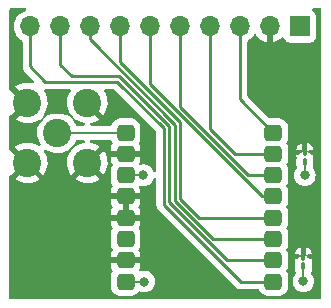
<source format=gbr>
%TF.GenerationSoftware,KiCad,Pcbnew,(6.0.10-0)*%
%TF.CreationDate,2023-02-01T22:05:35-08:00*%
%TF.ProjectId,DRF1268T,44524631-3236-4385-942e-6b696361645f,rev?*%
%TF.SameCoordinates,Original*%
%TF.FileFunction,Copper,L1,Top*%
%TF.FilePolarity,Positive*%
%FSLAX46Y46*%
G04 Gerber Fmt 4.6, Leading zero omitted, Abs format (unit mm)*
G04 Created by KiCad (PCBNEW (6.0.10-0)) date 2023-02-01 22:05:35*
%MOMM*%
%LPD*%
G01*
G04 APERTURE LIST*
G04 Aperture macros list*
%AMRoundRect*
0 Rectangle with rounded corners*
0 $1 Rounding radius*
0 $2 $3 $4 $5 $6 $7 $8 $9 X,Y pos of 4 corners*
0 Add a 4 corners polygon primitive as box body*
4,1,4,$2,$3,$4,$5,$6,$7,$8,$9,$2,$3,0*
0 Add four circle primitives for the rounded corners*
1,1,$1+$1,$2,$3*
1,1,$1+$1,$4,$5*
1,1,$1+$1,$6,$7*
1,1,$1+$1,$8,$9*
0 Add four rect primitives between the rounded corners*
20,1,$1+$1,$2,$3,$4,$5,0*
20,1,$1+$1,$4,$5,$6,$7,0*
20,1,$1+$1,$6,$7,$8,$9,0*
20,1,$1+$1,$8,$9,$2,$3,0*%
G04 Aperture macros list end*
%TA.AperFunction,SMDPad,CuDef*%
%ADD10RoundRect,0.100000X0.100000X-0.217500X0.100000X0.217500X-0.100000X0.217500X-0.100000X-0.217500X0*%
%TD*%
%TA.AperFunction,ComponentPad*%
%ADD11C,2.400000*%
%TD*%
%TA.AperFunction,ComponentPad*%
%ADD12R,1.700000X1.700000*%
%TD*%
%TA.AperFunction,ComponentPad*%
%ADD13O,1.700000X1.700000*%
%TD*%
%TA.AperFunction,SMDPad,CuDef*%
%ADD14RoundRect,0.350000X-0.395000X-0.350000X0.395000X-0.350000X0.395000X0.350000X-0.395000X0.350000X0*%
%TD*%
%TA.AperFunction,ViaPad*%
%ADD15C,0.400000*%
%TD*%
%TA.AperFunction,ViaPad*%
%ADD16C,0.800000*%
%TD*%
%TA.AperFunction,Conductor*%
%ADD17C,0.200000*%
%TD*%
%TA.AperFunction,Conductor*%
%ADD18C,0.250000*%
%TD*%
G04 APERTURE END LIST*
D10*
%TO.P,C2,1*%
%TO.N,+3.3V*%
X168275000Y-109804750D03*
%TO.P,C2,2*%
%TO.N,GND*%
X168275000Y-108989750D03*
%TD*%
D11*
%TO.P,J1,1*%
%TO.N,Net-(J1-Pad1)*%
X147320000Y-107318000D03*
%TO.P,J1,2*%
%TO.N,GND*%
X149860000Y-104778000D03*
%TO.P,J1,3*%
X144780000Y-104778000D03*
%TO.P,J1,4*%
X144780000Y-109858000D03*
%TO.P,J1,5*%
X149860000Y-109858000D03*
%TD*%
D12*
%TO.P,J2,1,Pin_1*%
%TO.N,+3.3V*%
X167864000Y-98323000D03*
D13*
%TO.P,J2,2,Pin_2*%
%TO.N,GND*%
X165324000Y-98323000D03*
%TO.P,J2,3,Pin_3*%
%TO.N,Net-(R1-Pad16)*%
X162784000Y-98323000D03*
%TO.P,J2,4,Pin_4*%
%TO.N,Net-(R1-Pad15)*%
X160244000Y-98323000D03*
%TO.P,J2,5,Pin_5*%
%TO.N,Net-(R1-Pad14)*%
X157704000Y-98323000D03*
%TO.P,J2,6,Pin_6*%
%TO.N,Net-(R1-Pad13)*%
X155164000Y-98323000D03*
%TO.P,J2,7,Pin_7*%
%TO.N,Net-(R1-Pad12)*%
X152624000Y-98323000D03*
%TO.P,J2,8,Pin_8*%
%TO.N,Net-(R1-Pad11)*%
X150084000Y-98323000D03*
%TO.P,J2,9,Pin_9*%
%TO.N,Net-(R1-Pad10)*%
X147544000Y-98323000D03*
%TO.P,J2,10,Pin_10*%
%TO.N,Net-(R1-Pad9)*%
X145004000Y-98323000D03*
%TD*%
D10*
%TO.P,C1,1*%
%TO.N,+3.3V*%
X168148000Y-118644500D03*
%TO.P,C1,2*%
%TO.N,GND*%
X168148000Y-117829500D03*
%TD*%
D14*
%TO.P,R1,1,ANT*%
%TO.N,Net-(J1-Pad1)*%
X153098000Y-107318000D03*
%TO.P,R1,2,GND*%
%TO.N,GND*%
X153098000Y-109118000D03*
%TO.P,R1,3,SW*%
%TO.N,+3.3V*%
X153098000Y-110918000D03*
%TO.P,R1,4,GND*%
%TO.N,GND*%
X153098000Y-112718000D03*
%TO.P,R1,5,GND*%
X153098000Y-114518000D03*
%TO.P,R1,6,NC*%
%TO.N,unconnected-(R1-Pad6)*%
X153098000Y-116318000D03*
%TO.P,R1,7,GND*%
%TO.N,GND*%
X153098000Y-118118000D03*
%TO.P,R1,8,VDD*%
%TO.N,+3.3V*%
X153098000Y-119918000D03*
%TO.P,R1,9,DIO2*%
%TO.N,Net-(R1-Pad9)*%
X165608000Y-119918000D03*
%TO.P,R1,10,DIO1*%
%TO.N,Net-(R1-Pad10)*%
X165608000Y-118118000D03*
%TO.P,R1,11,BUSY*%
%TO.N,Net-(R1-Pad11)*%
X165608000Y-116318000D03*
%TO.P,R1,12,RST*%
%TO.N,Net-(R1-Pad12)*%
X165608000Y-114518000D03*
%TO.P,R1,13,MISO*%
%TO.N,Net-(R1-Pad13)*%
X165608000Y-112718000D03*
%TO.P,R1,14,MOSI*%
%TO.N,Net-(R1-Pad14)*%
X165608000Y-110918000D03*
%TO.P,R1,15,SCK*%
%TO.N,Net-(R1-Pad15)*%
X165608000Y-109118000D03*
%TO.P,R1,16,NSS*%
%TO.N,Net-(R1-Pad16)*%
X165608000Y-107318000D03*
%TD*%
D15*
%TO.N,GND*%
X149098000Y-106553000D03*
X149098000Y-108077000D03*
D16*
%TO.N,+3.3V*%
X168148000Y-119888000D03*
X154686000Y-119918000D03*
X154606000Y-110918000D03*
X168275000Y-110918000D03*
D15*
%TO.N,GND*%
X145542000Y-106553000D03*
X148082000Y-105664000D03*
X148082000Y-109093000D03*
X146558000Y-105664000D03*
X146558000Y-109093000D03*
X145542000Y-108077000D03*
%TD*%
D17*
%TO.N,GND*%
X148082000Y-105664000D02*
X148209000Y-105664000D01*
X148209000Y-105664000D02*
X149098000Y-106553000D01*
X148082000Y-109093000D02*
X149098000Y-108077000D01*
X146558000Y-105664000D02*
X148082000Y-105664000D01*
X145542000Y-106553000D02*
X145669000Y-106553000D01*
X145669000Y-106553000D02*
X146558000Y-105664000D01*
D18*
%TO.N,Net-(R1-Pad16)*%
X165608000Y-107318000D02*
X162784000Y-104494000D01*
X162784000Y-104494000D02*
X162784000Y-98323000D01*
%TO.N,Net-(R1-Pad15)*%
X165608000Y-109118000D02*
X162333792Y-109118000D01*
X162333792Y-109118000D02*
X160244000Y-107028208D01*
X160244000Y-107028208D02*
X160244000Y-98323000D01*
%TO.N,Net-(R1-Pad14)*%
X165608000Y-110918000D02*
X163497396Y-110918000D01*
X163497396Y-110918000D02*
X157704000Y-105124604D01*
X157704000Y-105124604D02*
X157704000Y-98323000D01*
%TO.N,Net-(R1-Pad13)*%
X165608000Y-112718000D02*
X164661000Y-112718000D01*
X164661000Y-112718000D02*
X155164000Y-103221000D01*
X155164000Y-103221000D02*
X155164000Y-98323000D01*
%TO.N,Net-(R1-Pad12)*%
X165608000Y-114518000D02*
X159353188Y-114518000D01*
X159353188Y-114518000D02*
X157745000Y-112909812D01*
X157745000Y-112909812D02*
X157745000Y-106438396D01*
X157745000Y-106438396D02*
X152624000Y-101317396D01*
X152624000Y-101317396D02*
X152624000Y-98323000D01*
%TO.N,Net-(R1-Pad11)*%
X150084000Y-99413792D02*
X150084000Y-98323000D01*
%TO.N,Net-(R1-Pad10)*%
X165608000Y-118118000D02*
X161680396Y-118118000D01*
X161680396Y-118118000D02*
X156787000Y-113224604D01*
X156787000Y-113224604D02*
X156787000Y-106753188D01*
X156787000Y-106753188D02*
X152580812Y-102547000D01*
X148521000Y-102547000D02*
X147544000Y-101570000D01*
X147544000Y-101570000D02*
X147544000Y-98323000D01*
X152580812Y-102547000D02*
X148521000Y-102547000D01*
%TO.N,Net-(R1-Pad9)*%
X165608000Y-119918000D02*
X162844000Y-119918000D01*
X156337000Y-106939584D02*
X152394416Y-102997000D01*
X162844000Y-119918000D02*
X156337000Y-113411000D01*
X156337000Y-113411000D02*
X156337000Y-106939584D01*
X145004000Y-101697000D02*
X145004000Y-98323000D01*
X152394416Y-102997000D02*
X146304000Y-102997000D01*
X146304000Y-102997000D02*
X145004000Y-101697000D01*
D17*
%TO.N,+3.3V*%
X168275000Y-109804750D02*
X168275000Y-110921250D01*
X153098000Y-110918000D02*
X154606000Y-110918000D01*
X168148000Y-118644500D02*
X168148000Y-119761000D01*
X153098000Y-119918000D02*
X154686000Y-119918000D01*
%TO.N,Net-(J1-Pad1)*%
X153098000Y-107318000D02*
X147320000Y-107318000D01*
D18*
%TO.N,Net-(R1-Pad11)*%
X165608000Y-116318000D02*
X160516792Y-116318000D01*
X157295000Y-106624792D02*
X150084000Y-99413792D01*
X160516792Y-116318000D02*
X157295000Y-113096208D01*
X157295000Y-113096208D02*
X157295000Y-106624792D01*
%TD*%
%TA.AperFunction,Conductor*%
%TO.N,GND*%
G36*
X144645750Y-96794502D02*
G01*
X144692243Y-96848158D01*
X144702347Y-96918432D01*
X144672853Y-96983012D01*
X144616774Y-97020265D01*
X144475756Y-97066357D01*
X144277607Y-97169507D01*
X144273474Y-97172610D01*
X144273471Y-97172612D01*
X144190771Y-97234705D01*
X144098965Y-97303635D01*
X143944629Y-97465138D01*
X143818743Y-97649680D01*
X143724688Y-97852305D01*
X143664989Y-98067570D01*
X143641251Y-98289695D01*
X143654110Y-98512715D01*
X143655247Y-98517761D01*
X143655248Y-98517767D01*
X143676275Y-98611069D01*
X143703222Y-98730639D01*
X143787266Y-98937616D01*
X143838942Y-99021944D01*
X143901291Y-99123688D01*
X143903987Y-99128088D01*
X144050250Y-99296938D01*
X144222126Y-99439632D01*
X144226593Y-99442242D01*
X144308070Y-99489853D01*
X144356794Y-99541491D01*
X144370500Y-99598641D01*
X144370500Y-101618233D01*
X144369973Y-101629416D01*
X144368298Y-101636909D01*
X144368547Y-101644835D01*
X144368547Y-101644836D01*
X144370438Y-101704986D01*
X144370500Y-101708945D01*
X144370500Y-101736856D01*
X144370997Y-101740790D01*
X144370997Y-101740791D01*
X144371005Y-101740856D01*
X144371938Y-101752693D01*
X144373327Y-101796889D01*
X144378978Y-101816339D01*
X144382987Y-101835700D01*
X144385526Y-101855797D01*
X144388445Y-101863168D01*
X144388445Y-101863170D01*
X144401804Y-101896912D01*
X144405649Y-101908142D01*
X144407173Y-101913387D01*
X144417982Y-101950593D01*
X144422015Y-101957412D01*
X144422017Y-101957417D01*
X144428293Y-101968028D01*
X144436988Y-101985776D01*
X144444448Y-102004617D01*
X144449110Y-102011033D01*
X144449110Y-102011034D01*
X144470436Y-102040387D01*
X144476952Y-102050307D01*
X144499458Y-102088362D01*
X144513779Y-102102683D01*
X144526619Y-102117716D01*
X144538528Y-102134107D01*
X144555949Y-102148519D01*
X144572605Y-102162298D01*
X144581384Y-102170288D01*
X145317916Y-102906820D01*
X145351942Y-102969132D01*
X145346877Y-103039947D01*
X145304330Y-103096783D01*
X145237810Y-103121594D01*
X145190407Y-103115916D01*
X145184296Y-103113960D01*
X145175238Y-103111785D01*
X144933891Y-103072480D01*
X144924602Y-103071668D01*
X144680114Y-103068467D01*
X144670803Y-103069037D01*
X144428522Y-103102010D01*
X144419403Y-103103948D01*
X144184668Y-103172367D01*
X144175915Y-103175639D01*
X143953869Y-103278004D01*
X143945714Y-103282524D01*
X143778468Y-103392175D01*
X143769330Y-103402917D01*
X143773903Y-103412693D01*
X145050115Y-104688905D01*
X145084141Y-104751217D01*
X145079076Y-104822032D01*
X145050115Y-104867095D01*
X143778044Y-106139166D01*
X143771386Y-106151359D01*
X143780099Y-106162879D01*
X143868586Y-106227760D01*
X143876505Y-106232708D01*
X144092877Y-106346547D01*
X144101451Y-106350275D01*
X144332282Y-106430885D01*
X144341291Y-106433299D01*
X144581518Y-106478908D01*
X144590775Y-106479962D01*
X144835107Y-106489563D01*
X144844420Y-106489237D01*
X145087478Y-106462618D01*
X145096655Y-106460917D01*
X145333107Y-106398665D01*
X145341926Y-106395628D01*
X145566584Y-106299107D01*
X145574856Y-106294800D01*
X145717034Y-106206818D01*
X145785486Y-106187980D01*
X145853256Y-106209141D01*
X145898827Y-106263582D01*
X145907731Y-106334018D01*
X145891056Y-106379326D01*
X145793447Y-106540182D01*
X145791638Y-106544496D01*
X145791637Y-106544498D01*
X145729933Y-106691647D01*
X145695246Y-106774365D01*
X145632738Y-107020490D01*
X145607296Y-107273151D01*
X145619480Y-107526798D01*
X145669021Y-107775857D01*
X145670600Y-107780255D01*
X145670602Y-107780262D01*
X145734978Y-107959564D01*
X145754831Y-108014858D01*
X145757048Y-108018984D01*
X145863983Y-108218000D01*
X145875025Y-108238551D01*
X145877821Y-108242296D01*
X145880336Y-108246243D01*
X145879277Y-108246918D01*
X145902033Y-108308144D01*
X145886862Y-108377501D01*
X145836602Y-108427646D01*
X145767211Y-108442658D01*
X145704525Y-108420517D01*
X145653148Y-108384876D01*
X145645115Y-108380144D01*
X145425810Y-108271995D01*
X145417177Y-108268507D01*
X145184288Y-108193958D01*
X145175238Y-108191785D01*
X144933891Y-108152480D01*
X144924602Y-108151668D01*
X144680114Y-108148467D01*
X144670803Y-108149037D01*
X144428522Y-108182010D01*
X144419403Y-108183948D01*
X144184668Y-108252367D01*
X144175915Y-108255639D01*
X143953869Y-108358004D01*
X143945714Y-108362524D01*
X143778468Y-108472175D01*
X143769330Y-108482917D01*
X143773903Y-108492693D01*
X146143732Y-110862522D01*
X146156112Y-110869282D01*
X146164453Y-110863038D01*
X146282700Y-110679202D01*
X146287147Y-110671011D01*
X146387572Y-110448076D01*
X146390767Y-110439298D01*
X146457135Y-110203973D01*
X146458993Y-110194844D01*
X146490044Y-109950770D01*
X146490525Y-109944483D01*
X146492706Y-109861160D01*
X146492555Y-109854851D01*
X146474321Y-109609486D01*
X146472944Y-109600280D01*
X146418979Y-109361786D01*
X146416255Y-109352875D01*
X146327633Y-109124983D01*
X146323619Y-109116567D01*
X146213906Y-108924611D01*
X146197469Y-108855543D01*
X146220982Y-108788553D01*
X146276980Y-108744910D01*
X146347684Y-108738469D01*
X146397802Y-108760474D01*
X146412094Y-108770953D01*
X146416229Y-108773129D01*
X146416233Y-108773131D01*
X146528406Y-108832148D01*
X146636827Y-108889191D01*
X146876568Y-108972912D01*
X147126050Y-109020278D01*
X147246532Y-109025011D01*
X147375125Y-109030064D01*
X147375130Y-109030064D01*
X147379793Y-109030247D01*
X147478774Y-109019407D01*
X147627569Y-109003112D01*
X147627575Y-109003111D01*
X147632222Y-109002602D01*
X147648707Y-108998262D01*
X147873273Y-108939138D01*
X147877793Y-108937948D01*
X148025748Y-108874382D01*
X148106807Y-108839557D01*
X148106810Y-108839555D01*
X148111110Y-108837708D01*
X148257401Y-108747181D01*
X148325851Y-108728344D01*
X148393621Y-108749505D01*
X148439192Y-108803946D01*
X148448095Y-108874382D01*
X148431421Y-108919692D01*
X148336319Y-109076415D01*
X148332084Y-109084726D01*
X148237529Y-109310214D01*
X148234572Y-109319052D01*
X148174384Y-109556042D01*
X148172763Y-109565232D01*
X148148267Y-109808510D01*
X148148022Y-109817835D01*
X148159754Y-110062064D01*
X148160891Y-110071324D01*
X148208593Y-110311143D01*
X148211082Y-110320118D01*
X148293708Y-110550250D01*
X148297505Y-110558778D01*
X148413234Y-110774160D01*
X148418245Y-110782027D01*
X148475173Y-110858263D01*
X148486431Y-110866712D01*
X148498850Y-110859940D01*
X149499658Y-109859132D01*
X150224408Y-109859132D01*
X150224539Y-109860965D01*
X150228790Y-109867580D01*
X151223732Y-110862522D01*
X151236112Y-110869282D01*
X151244453Y-110863038D01*
X151362700Y-110679202D01*
X151367147Y-110671011D01*
X151467572Y-110448076D01*
X151470767Y-110439298D01*
X151537135Y-110203973D01*
X151538993Y-110194844D01*
X151570044Y-109950770D01*
X151570525Y-109944483D01*
X151572706Y-109861160D01*
X151572555Y-109854851D01*
X151554321Y-109609486D01*
X151552944Y-109600280D01*
X151498979Y-109361786D01*
X151496255Y-109352875D01*
X151407633Y-109124983D01*
X151403619Y-109116567D01*
X151282284Y-108904276D01*
X151277074Y-108896553D01*
X151245787Y-108856865D01*
X151233863Y-108848395D01*
X151222328Y-108854882D01*
X150232022Y-109845188D01*
X150224408Y-109859132D01*
X149499658Y-109859132D01*
X150862488Y-108496302D01*
X150868872Y-108484612D01*
X150859460Y-108472502D01*
X150733144Y-108384873D01*
X150725116Y-108380145D01*
X150505810Y-108271995D01*
X150497177Y-108268507D01*
X150264288Y-108193958D01*
X150255238Y-108191785D01*
X150163605Y-108176862D01*
X150099585Y-108146170D01*
X150062321Y-108085739D01*
X150063645Y-108014755D01*
X150103135Y-107955754D01*
X150168254Y-107927470D01*
X150183858Y-107926500D01*
X151794729Y-107926500D01*
X151862850Y-107946502D01*
X151907589Y-107996476D01*
X151975490Y-108133262D01*
X151979763Y-108138577D01*
X151979764Y-108138578D01*
X151980462Y-108139446D01*
X151980722Y-108140076D01*
X151983442Y-108144329D01*
X151982680Y-108144817D01*
X152007559Y-108205068D01*
X151994876Y-108274922D01*
X151980464Y-108297350D01*
X151980188Y-108297694D01*
X151972881Y-108309119D01*
X151896058Y-108463877D01*
X151891374Y-108476609D01*
X151849272Y-108645472D01*
X151847548Y-108656418D01*
X151845146Y-108691643D01*
X151845000Y-108695939D01*
X151845000Y-108845885D01*
X151849475Y-108861124D01*
X151850865Y-108862329D01*
X151858548Y-108864000D01*
X154332885Y-108864000D01*
X154348124Y-108859525D01*
X154349329Y-108858135D01*
X154351000Y-108850452D01*
X154351000Y-108695939D01*
X154350854Y-108691643D01*
X154348452Y-108656418D01*
X154346728Y-108645472D01*
X154304626Y-108476609D01*
X154299942Y-108463877D01*
X154223119Y-108309119D01*
X154215812Y-108297694D01*
X154215536Y-108297350D01*
X154215433Y-108297101D01*
X154212134Y-108291942D01*
X154213059Y-108291351D01*
X154188441Y-108231727D01*
X154201125Y-108161872D01*
X154215538Y-108139446D01*
X154216236Y-108138578D01*
X154216237Y-108138577D01*
X154220510Y-108133262D01*
X154277238Y-108018984D01*
X154300414Y-107972297D01*
X154300415Y-107972293D01*
X154303447Y-107966186D01*
X154348572Y-107785199D01*
X154351500Y-107742250D01*
X154351500Y-106893750D01*
X154348572Y-106850801D01*
X154303447Y-106669814D01*
X154300415Y-106663707D01*
X154300414Y-106663703D01*
X154223543Y-106508847D01*
X154223541Y-106508844D01*
X154220510Y-106502738D01*
X154103631Y-106357369D01*
X154031167Y-106299107D01*
X153963578Y-106244764D01*
X153963577Y-106244763D01*
X153958262Y-106240490D01*
X153952156Y-106237459D01*
X153952153Y-106237457D01*
X153797297Y-106160586D01*
X153797293Y-106160585D01*
X153791186Y-106157553D01*
X153610199Y-106112428D01*
X153588941Y-106110979D01*
X153569397Y-106109646D01*
X153569386Y-106109646D01*
X153567250Y-106109500D01*
X152628750Y-106109500D01*
X152626614Y-106109646D01*
X152626603Y-106109646D01*
X152607059Y-106110979D01*
X152585801Y-106112428D01*
X152404814Y-106157553D01*
X152398707Y-106160585D01*
X152398703Y-106160586D01*
X152243847Y-106237457D01*
X152243844Y-106237459D01*
X152237738Y-106240490D01*
X152232423Y-106244763D01*
X152232422Y-106244764D01*
X152164833Y-106299107D01*
X152092369Y-106357369D01*
X151975490Y-106502738D01*
X151972459Y-106508844D01*
X151972457Y-106508847D01*
X151907589Y-106639524D01*
X151859384Y-106691647D01*
X151794729Y-106709500D01*
X150205943Y-106709500D01*
X150137822Y-106689498D01*
X150091329Y-106635842D01*
X150081225Y-106565568D01*
X150110719Y-106500988D01*
X150173863Y-106461652D01*
X150413107Y-106398665D01*
X150421926Y-106395628D01*
X150646584Y-106299107D01*
X150654856Y-106294800D01*
X150862777Y-106166135D01*
X150864620Y-106164796D01*
X150872038Y-106153541D01*
X150865974Y-106143184D01*
X149589885Y-104867095D01*
X149555859Y-104804783D01*
X149560924Y-104733968D01*
X149589885Y-104688905D01*
X149770905Y-104507885D01*
X149833217Y-104473859D01*
X149904032Y-104478924D01*
X149949095Y-104507885D01*
X151223732Y-105782522D01*
X151236112Y-105789282D01*
X151244453Y-105783038D01*
X151362700Y-105599202D01*
X151367147Y-105591011D01*
X151467572Y-105368076D01*
X151470767Y-105359298D01*
X151537135Y-105123973D01*
X151538993Y-105114844D01*
X151570044Y-104870770D01*
X151570525Y-104864483D01*
X151572706Y-104781160D01*
X151572555Y-104774851D01*
X151554321Y-104529486D01*
X151552944Y-104520280D01*
X151498979Y-104281786D01*
X151496255Y-104272875D01*
X151407633Y-104044983D01*
X151403619Y-104036567D01*
X151279966Y-103820221D01*
X151281641Y-103819264D01*
X151262582Y-103759271D01*
X151281082Y-103690727D01*
X151333702Y-103643065D01*
X151388552Y-103630500D01*
X152079822Y-103630500D01*
X152147943Y-103650502D01*
X152168917Y-103667405D01*
X155666595Y-107165084D01*
X155700621Y-107227396D01*
X155703500Y-107254179D01*
X155703500Y-110560259D01*
X155683498Y-110628380D01*
X155629842Y-110674873D01*
X155559568Y-110684977D01*
X155494988Y-110655483D01*
X155457667Y-110599195D01*
X155445016Y-110560259D01*
X155440527Y-110546444D01*
X155345040Y-110381056D01*
X155340616Y-110376142D01*
X155221675Y-110244045D01*
X155221674Y-110244044D01*
X155217253Y-110239134D01*
X155062752Y-110126882D01*
X155056724Y-110124198D01*
X155056722Y-110124197D01*
X154894319Y-110051891D01*
X154894318Y-110051891D01*
X154888288Y-110049206D01*
X154788268Y-110027946D01*
X154707944Y-110010872D01*
X154707939Y-110010872D01*
X154701487Y-110009500D01*
X154510513Y-110009500D01*
X154504061Y-110010872D01*
X154504056Y-110010872D01*
X154398316Y-110033348D01*
X154327525Y-110027946D01*
X154270892Y-109985129D01*
X154246399Y-109918491D01*
X154259260Y-109854076D01*
X154299940Y-109772127D01*
X154304626Y-109759391D01*
X154346728Y-109590528D01*
X154348452Y-109579582D01*
X154350854Y-109544357D01*
X154351000Y-109540062D01*
X154351000Y-109390115D01*
X154346525Y-109374876D01*
X154345135Y-109373671D01*
X154337452Y-109372000D01*
X151863115Y-109372000D01*
X151847876Y-109376475D01*
X151846671Y-109377865D01*
X151845000Y-109385548D01*
X151845000Y-109540062D01*
X151845146Y-109544357D01*
X151847548Y-109579582D01*
X151849272Y-109590528D01*
X151891374Y-109759391D01*
X151896058Y-109772123D01*
X151972881Y-109926881D01*
X151980188Y-109938306D01*
X151980464Y-109938650D01*
X151980567Y-109938899D01*
X151983866Y-109944058D01*
X151982941Y-109944649D01*
X152007559Y-110004273D01*
X151994875Y-110074128D01*
X151980462Y-110096554D01*
X151975490Y-110102738D01*
X151972459Y-110108844D01*
X151972457Y-110108847D01*
X151895586Y-110263703D01*
X151895585Y-110263707D01*
X151892553Y-110269814D01*
X151847428Y-110450801D01*
X151844500Y-110493750D01*
X151844500Y-111342250D01*
X151847428Y-111385199D01*
X151892553Y-111566186D01*
X151895585Y-111572293D01*
X151895586Y-111572297D01*
X151972457Y-111727153D01*
X151975490Y-111733262D01*
X151979763Y-111738577D01*
X151979764Y-111738578D01*
X151980462Y-111739446D01*
X151980722Y-111740076D01*
X151983442Y-111744329D01*
X151982680Y-111744817D01*
X152007559Y-111805068D01*
X151994876Y-111874922D01*
X151980464Y-111897350D01*
X151980188Y-111897694D01*
X151972881Y-111909119D01*
X151896058Y-112063877D01*
X151891374Y-112076609D01*
X151849272Y-112245472D01*
X151847548Y-112256418D01*
X151845146Y-112291643D01*
X151845000Y-112295939D01*
X151845000Y-112445885D01*
X151849475Y-112461124D01*
X151850865Y-112462329D01*
X151858548Y-112464000D01*
X154332885Y-112464000D01*
X154348124Y-112459525D01*
X154349329Y-112458135D01*
X154351000Y-112450452D01*
X154351000Y-112295939D01*
X154350854Y-112291643D01*
X154348452Y-112256418D01*
X154346728Y-112245472D01*
X154304626Y-112076609D01*
X154299940Y-112063873D01*
X154259260Y-111981924D01*
X154246886Y-111912014D01*
X154274274Y-111846512D01*
X154332726Y-111806215D01*
X154398316Y-111802652D01*
X154504056Y-111825128D01*
X154504061Y-111825128D01*
X154510513Y-111826500D01*
X154701487Y-111826500D01*
X154707939Y-111825128D01*
X154707944Y-111825128D01*
X154813682Y-111802652D01*
X154888288Y-111786794D01*
X154945158Y-111761474D01*
X155056722Y-111711803D01*
X155056724Y-111711802D01*
X155062752Y-111709118D01*
X155217253Y-111596866D01*
X155247922Y-111562805D01*
X155340621Y-111459852D01*
X155340622Y-111459851D01*
X155345040Y-111454944D01*
X155440527Y-111289556D01*
X155457667Y-111236805D01*
X155497741Y-111178199D01*
X155563137Y-111150562D01*
X155633094Y-111162669D01*
X155685400Y-111210675D01*
X155703500Y-111275741D01*
X155703500Y-113332233D01*
X155702973Y-113343416D01*
X155701298Y-113350909D01*
X155701547Y-113358835D01*
X155701547Y-113358836D01*
X155703438Y-113418986D01*
X155703500Y-113422945D01*
X155703500Y-113450856D01*
X155703997Y-113454790D01*
X155703997Y-113454791D01*
X155704005Y-113454856D01*
X155704938Y-113466693D01*
X155706327Y-113510889D01*
X155710973Y-113526881D01*
X155711978Y-113530339D01*
X155715987Y-113549700D01*
X155717475Y-113561474D01*
X155718526Y-113569797D01*
X155721445Y-113577168D01*
X155721445Y-113577170D01*
X155734804Y-113610912D01*
X155738649Y-113622142D01*
X155750982Y-113664593D01*
X155755015Y-113671412D01*
X155755017Y-113671417D01*
X155761293Y-113682028D01*
X155769988Y-113699776D01*
X155777448Y-113718617D01*
X155782110Y-113725033D01*
X155782110Y-113725034D01*
X155803436Y-113754387D01*
X155809952Y-113764307D01*
X155832458Y-113802362D01*
X155846779Y-113816683D01*
X155859619Y-113831716D01*
X155871528Y-113848107D01*
X155890591Y-113863877D01*
X155905605Y-113876298D01*
X155914384Y-113884288D01*
X162340343Y-120310247D01*
X162347887Y-120318537D01*
X162352000Y-120325018D01*
X162357777Y-120330443D01*
X162401667Y-120371658D01*
X162404509Y-120374413D01*
X162424231Y-120394135D01*
X162427355Y-120396558D01*
X162427359Y-120396562D01*
X162427424Y-120396612D01*
X162436445Y-120404317D01*
X162468679Y-120434586D01*
X162475627Y-120438405D01*
X162475629Y-120438407D01*
X162486432Y-120444346D01*
X162502959Y-120455202D01*
X162512698Y-120462757D01*
X162512700Y-120462758D01*
X162518960Y-120467614D01*
X162559540Y-120485174D01*
X162570188Y-120490391D01*
X162608940Y-120511695D01*
X162616616Y-120513666D01*
X162616619Y-120513667D01*
X162628562Y-120516733D01*
X162647267Y-120523137D01*
X162665855Y-120531181D01*
X162673678Y-120532420D01*
X162673688Y-120532423D01*
X162709524Y-120538099D01*
X162721144Y-120540505D01*
X162756289Y-120549528D01*
X162763970Y-120551500D01*
X162784224Y-120551500D01*
X162803934Y-120553051D01*
X162823943Y-120556220D01*
X162831835Y-120555474D01*
X162867961Y-120552059D01*
X162879819Y-120551500D01*
X164317139Y-120551500D01*
X164385260Y-120571502D01*
X164429999Y-120621476D01*
X164474838Y-120711803D01*
X164485490Y-120733262D01*
X164489763Y-120738577D01*
X164489764Y-120738578D01*
X164529634Y-120788166D01*
X164602369Y-120878631D01*
X164747738Y-120995510D01*
X164753844Y-120998541D01*
X164753847Y-120998543D01*
X164908703Y-121075414D01*
X164908707Y-121075415D01*
X164914814Y-121078447D01*
X165095801Y-121123572D01*
X165117059Y-121125021D01*
X165136603Y-121126354D01*
X165136614Y-121126354D01*
X165138750Y-121126500D01*
X166077250Y-121126500D01*
X166079386Y-121126354D01*
X166079397Y-121126354D01*
X166098941Y-121125021D01*
X166120199Y-121123572D01*
X166301186Y-121078447D01*
X166307293Y-121075415D01*
X166307297Y-121075414D01*
X166462153Y-120998543D01*
X166462156Y-120998541D01*
X166468262Y-120995510D01*
X166613631Y-120878631D01*
X166686366Y-120788166D01*
X166726236Y-120738578D01*
X166726237Y-120738577D01*
X166730510Y-120733262D01*
X166733543Y-120727153D01*
X166810414Y-120572297D01*
X166810415Y-120572293D01*
X166813447Y-120566186D01*
X166858572Y-120385199D01*
X166861500Y-120342250D01*
X166861500Y-119888000D01*
X167234496Y-119888000D01*
X167254458Y-120077928D01*
X167313473Y-120259556D01*
X167316776Y-120265278D01*
X167316777Y-120265279D01*
X167346347Y-120316495D01*
X167408960Y-120424944D01*
X167413378Y-120429851D01*
X167413379Y-120429852D01*
X167527161Y-120556220D01*
X167536747Y-120566866D01*
X167691248Y-120679118D01*
X167697276Y-120681802D01*
X167697278Y-120681803D01*
X167855135Y-120752085D01*
X167865712Y-120756794D01*
X167959113Y-120776647D01*
X168046056Y-120795128D01*
X168046061Y-120795128D01*
X168052513Y-120796500D01*
X168243487Y-120796500D01*
X168249939Y-120795128D01*
X168249944Y-120795128D01*
X168336887Y-120776647D01*
X168430288Y-120756794D01*
X168440865Y-120752085D01*
X168598722Y-120681803D01*
X168598724Y-120681802D01*
X168604752Y-120679118D01*
X168759253Y-120566866D01*
X168768839Y-120556220D01*
X168882621Y-120429852D01*
X168882622Y-120429851D01*
X168887040Y-120424944D01*
X168949653Y-120316495D01*
X168979223Y-120265279D01*
X168979224Y-120265278D01*
X168982527Y-120259556D01*
X169041542Y-120077928D01*
X169061504Y-119888000D01*
X169041542Y-119698072D01*
X168982527Y-119516444D01*
X168887040Y-119351056D01*
X168814910Y-119270947D01*
X168784194Y-119206942D01*
X168792138Y-119138421D01*
X168840838Y-119020850D01*
X168856500Y-118901885D01*
X168856499Y-118387116D01*
X168840838Y-118268150D01*
X168839852Y-118265770D01*
X168839852Y-118203410D01*
X168841429Y-118197526D01*
X168855462Y-118090934D01*
X168856000Y-118082725D01*
X168856000Y-118047615D01*
X168851525Y-118032376D01*
X168850135Y-118031171D01*
X168842452Y-118029500D01*
X168769140Y-118029500D01*
X168701019Y-118009498D01*
X168684294Y-117996019D01*
X168681987Y-117993013D01*
X168554875Y-117895476D01*
X168497979Y-117871909D01*
X168442698Y-117827361D01*
X168420277Y-117759997D01*
X168437835Y-117691206D01*
X168489797Y-117642828D01*
X168546197Y-117629500D01*
X168837884Y-117629500D01*
X168853123Y-117625025D01*
X168854328Y-117623635D01*
X168855999Y-117615952D01*
X168855999Y-117576277D01*
X168855461Y-117568065D01*
X168841428Y-117461467D01*
X168837190Y-117445652D01*
X168782247Y-117313007D01*
X168774059Y-117298824D01*
X168686656Y-117184920D01*
X168675080Y-117173344D01*
X168561176Y-117085941D01*
X168546993Y-117077753D01*
X168414351Y-117022811D01*
X168398531Y-117018572D01*
X168365960Y-117014284D01*
X168351778Y-117016495D01*
X168348000Y-117029652D01*
X168348000Y-117611386D01*
X168361394Y-117657003D01*
X168361394Y-117727999D01*
X168323010Y-117787725D01*
X168258429Y-117817218D01*
X168240499Y-117818500D01*
X168144795Y-117818501D01*
X168053378Y-117818501D01*
X167985258Y-117798499D01*
X167938765Y-117744844D01*
X167928660Y-117674570D01*
X167941242Y-117647019D01*
X167948000Y-117615952D01*
X167948000Y-117030035D01*
X167943956Y-117016264D01*
X167930417Y-117014235D01*
X167897467Y-117018572D01*
X167881652Y-117022810D01*
X167749007Y-117077753D01*
X167734824Y-117085941D01*
X167620920Y-117173344D01*
X167609344Y-117184920D01*
X167521941Y-117298824D01*
X167513753Y-117313007D01*
X167458810Y-117445650D01*
X167454572Y-117461468D01*
X167440538Y-117568066D01*
X167440000Y-117576275D01*
X167440000Y-117611385D01*
X167444475Y-117626624D01*
X167445865Y-117627829D01*
X167453548Y-117629500D01*
X167749802Y-117629500D01*
X167817923Y-117649502D01*
X167864416Y-117703158D01*
X167874520Y-117773432D01*
X167845026Y-117838012D01*
X167798020Y-117871909D01*
X167748752Y-117892316D01*
X167748750Y-117892317D01*
X167741124Y-117895476D01*
X167614013Y-117993013D01*
X167613165Y-117994118D01*
X167553642Y-118026621D01*
X167526859Y-118029500D01*
X167458116Y-118029500D01*
X167442877Y-118033975D01*
X167441672Y-118035365D01*
X167440001Y-118043048D01*
X167440001Y-118082723D01*
X167440539Y-118090935D01*
X167454571Y-118197525D01*
X167456148Y-118203409D01*
X167456148Y-118265770D01*
X167455162Y-118268150D01*
X167439500Y-118387115D01*
X167439501Y-118901884D01*
X167440039Y-118905969D01*
X167440039Y-118905973D01*
X167452980Y-119004273D01*
X167455162Y-119020850D01*
X167477230Y-119074128D01*
X167503861Y-119138421D01*
X167511450Y-119209011D01*
X167481089Y-119270948D01*
X167408960Y-119351056D01*
X167313473Y-119516444D01*
X167254458Y-119698072D01*
X167234496Y-119888000D01*
X166861500Y-119888000D01*
X166861500Y-119493750D01*
X166858572Y-119450801D01*
X166813447Y-119269814D01*
X166810415Y-119263707D01*
X166810414Y-119263703D01*
X166733543Y-119108847D01*
X166733541Y-119108844D01*
X166730510Y-119102738D01*
X166726236Y-119097422D01*
X166726233Y-119097417D01*
X166725858Y-119096951D01*
X166725718Y-119096613D01*
X166722558Y-119091671D01*
X166723444Y-119091104D01*
X166698762Y-119031329D01*
X166711446Y-118961474D01*
X166725858Y-118939049D01*
X166726233Y-118938583D01*
X166726238Y-118938576D01*
X166730510Y-118933262D01*
X166733678Y-118926881D01*
X166810414Y-118772297D01*
X166810415Y-118772293D01*
X166813447Y-118766186D01*
X166858572Y-118585199D01*
X166861500Y-118542250D01*
X166861500Y-117693750D01*
X166858572Y-117650801D01*
X166813447Y-117469814D01*
X166810415Y-117463707D01*
X166810414Y-117463703D01*
X166733543Y-117308847D01*
X166733541Y-117308844D01*
X166730510Y-117302738D01*
X166726238Y-117297424D01*
X166726233Y-117297417D01*
X166725858Y-117296951D01*
X166725718Y-117296613D01*
X166722558Y-117291671D01*
X166723444Y-117291104D01*
X166698762Y-117231329D01*
X166711446Y-117161474D01*
X166725858Y-117139049D01*
X166726233Y-117138583D01*
X166726238Y-117138576D01*
X166730510Y-117133262D01*
X166733543Y-117127153D01*
X166810414Y-116972297D01*
X166810415Y-116972293D01*
X166813447Y-116966186D01*
X166858572Y-116785199D01*
X166861500Y-116742250D01*
X166861500Y-115893750D01*
X166858572Y-115850801D01*
X166813447Y-115669814D01*
X166810415Y-115663707D01*
X166810414Y-115663703D01*
X166733543Y-115508847D01*
X166733541Y-115508844D01*
X166730510Y-115502738D01*
X166726236Y-115497422D01*
X166726233Y-115497417D01*
X166725858Y-115496951D01*
X166725718Y-115496613D01*
X166722558Y-115491671D01*
X166723444Y-115491104D01*
X166698762Y-115431329D01*
X166711446Y-115361474D01*
X166725858Y-115339049D01*
X166726233Y-115338583D01*
X166726238Y-115338576D01*
X166730510Y-115333262D01*
X166733678Y-115326881D01*
X166810414Y-115172297D01*
X166810415Y-115172293D01*
X166813447Y-115166186D01*
X166858572Y-114985199D01*
X166861500Y-114942250D01*
X166861500Y-114093750D01*
X166858572Y-114050801D01*
X166813447Y-113869814D01*
X166810415Y-113863707D01*
X166810414Y-113863703D01*
X166733543Y-113708847D01*
X166733541Y-113708844D01*
X166730510Y-113702738D01*
X166726238Y-113697424D01*
X166726233Y-113697417D01*
X166725858Y-113696951D01*
X166725718Y-113696613D01*
X166722558Y-113691671D01*
X166723444Y-113691104D01*
X166698762Y-113631329D01*
X166711446Y-113561474D01*
X166725858Y-113539049D01*
X166726233Y-113538583D01*
X166726238Y-113538576D01*
X166730510Y-113533262D01*
X166733678Y-113526881D01*
X166810414Y-113372297D01*
X166810415Y-113372293D01*
X166813447Y-113366186D01*
X166858572Y-113185199D01*
X166861500Y-113142250D01*
X166861500Y-112293750D01*
X166858572Y-112250801D01*
X166813447Y-112069814D01*
X166810415Y-112063707D01*
X166810414Y-112063703D01*
X166733543Y-111908847D01*
X166733541Y-111908844D01*
X166730510Y-111902738D01*
X166726238Y-111897424D01*
X166726233Y-111897417D01*
X166725858Y-111896951D01*
X166725718Y-111896613D01*
X166722558Y-111891671D01*
X166723444Y-111891104D01*
X166698762Y-111831329D01*
X166711446Y-111761474D01*
X166725858Y-111739049D01*
X166726233Y-111738583D01*
X166726238Y-111738576D01*
X166730510Y-111733262D01*
X166733543Y-111727153D01*
X166810414Y-111572297D01*
X166810415Y-111572293D01*
X166813447Y-111566186D01*
X166858572Y-111385199D01*
X166861500Y-111342250D01*
X166861500Y-110918000D01*
X167361496Y-110918000D01*
X167381458Y-111107928D01*
X167440473Y-111289556D01*
X167535960Y-111454944D01*
X167540378Y-111459851D01*
X167540379Y-111459852D01*
X167633078Y-111562805D01*
X167663747Y-111596866D01*
X167818248Y-111709118D01*
X167824276Y-111711802D01*
X167824278Y-111711803D01*
X167935842Y-111761474D01*
X167992712Y-111786794D01*
X168067318Y-111802652D01*
X168173056Y-111825128D01*
X168173061Y-111825128D01*
X168179513Y-111826500D01*
X168370487Y-111826500D01*
X168376939Y-111825128D01*
X168376944Y-111825128D01*
X168482682Y-111802652D01*
X168557288Y-111786794D01*
X168614158Y-111761474D01*
X168725722Y-111711803D01*
X168725724Y-111711802D01*
X168731752Y-111709118D01*
X168886253Y-111596866D01*
X168916922Y-111562805D01*
X169009621Y-111459852D01*
X169009622Y-111459851D01*
X169014040Y-111454944D01*
X169109527Y-111289556D01*
X169168542Y-111107928D01*
X169188504Y-110918000D01*
X169183204Y-110867576D01*
X169169232Y-110734635D01*
X169169232Y-110734633D01*
X169168542Y-110728072D01*
X169109527Y-110546444D01*
X169079104Y-110493750D01*
X169017344Y-110386778D01*
X169017341Y-110386774D01*
X169014040Y-110381056D01*
X169009618Y-110376145D01*
X169009616Y-110376142D01*
X168978864Y-110341988D01*
X168948147Y-110277981D01*
X168956091Y-110209460D01*
X168964678Y-110188730D01*
X168964679Y-110188727D01*
X168967838Y-110181100D01*
X168983500Y-110062135D01*
X168983499Y-109547366D01*
X168982538Y-109540062D01*
X168968917Y-109436595D01*
X168968917Y-109436594D01*
X168967838Y-109428400D01*
X168966852Y-109426020D01*
X168966852Y-109363660D01*
X168968429Y-109357776D01*
X168982462Y-109251184D01*
X168983000Y-109242975D01*
X168983000Y-109207865D01*
X168978525Y-109192626D01*
X168977135Y-109191421D01*
X168969452Y-109189750D01*
X168896140Y-109189750D01*
X168828019Y-109169748D01*
X168811294Y-109156269D01*
X168808987Y-109153263D01*
X168681875Y-109055726D01*
X168624979Y-109032159D01*
X168569698Y-108987611D01*
X168547277Y-108920247D01*
X168564835Y-108851456D01*
X168616797Y-108803078D01*
X168673197Y-108789750D01*
X168964884Y-108789750D01*
X168980123Y-108785275D01*
X168981328Y-108783885D01*
X168982999Y-108776202D01*
X168982999Y-108736527D01*
X168982461Y-108728315D01*
X168968428Y-108621717D01*
X168964190Y-108605902D01*
X168909247Y-108473257D01*
X168901059Y-108459074D01*
X168813656Y-108345170D01*
X168802080Y-108333594D01*
X168688176Y-108246191D01*
X168673993Y-108238003D01*
X168541351Y-108183061D01*
X168525531Y-108178822D01*
X168492960Y-108174534D01*
X168478778Y-108176745D01*
X168475000Y-108189902D01*
X168475000Y-108771636D01*
X168488394Y-108817253D01*
X168488394Y-108888249D01*
X168450010Y-108947975D01*
X168385429Y-108977468D01*
X168367499Y-108978750D01*
X168271795Y-108978751D01*
X168180378Y-108978751D01*
X168112258Y-108958749D01*
X168065765Y-108905094D01*
X168055660Y-108834820D01*
X168068242Y-108807269D01*
X168075000Y-108776202D01*
X168075000Y-108190285D01*
X168070956Y-108176514D01*
X168057417Y-108174485D01*
X168024467Y-108178822D01*
X168008652Y-108183060D01*
X167876007Y-108238003D01*
X167861824Y-108246191D01*
X167747920Y-108333594D01*
X167736344Y-108345170D01*
X167648941Y-108459074D01*
X167640753Y-108473257D01*
X167585810Y-108605900D01*
X167581572Y-108621718D01*
X167567538Y-108728316D01*
X167567000Y-108736525D01*
X167567000Y-108771635D01*
X167571475Y-108786874D01*
X167572865Y-108788079D01*
X167580548Y-108789750D01*
X167876802Y-108789750D01*
X167944923Y-108809752D01*
X167991416Y-108863408D01*
X168001520Y-108933682D01*
X167972026Y-108998262D01*
X167925020Y-109032159D01*
X167875752Y-109052566D01*
X167875750Y-109052567D01*
X167868124Y-109055726D01*
X167861574Y-109060752D01*
X167777868Y-109124983D01*
X167741013Y-109153263D01*
X167740165Y-109154368D01*
X167680642Y-109186871D01*
X167653859Y-109189750D01*
X167585116Y-109189750D01*
X167569877Y-109194225D01*
X167568672Y-109195615D01*
X167567001Y-109203298D01*
X167567001Y-109242973D01*
X167567539Y-109251185D01*
X167581571Y-109357775D01*
X167583148Y-109363659D01*
X167583148Y-109426020D01*
X167582162Y-109428400D01*
X167566500Y-109547365D01*
X167566501Y-110062134D01*
X167567039Y-110066219D01*
X167567039Y-110066223D01*
X167576191Y-110135743D01*
X167582162Y-110181100D01*
X167593910Y-110209463D01*
X167601499Y-110280050D01*
X167571138Y-110341987D01*
X167535960Y-110381056D01*
X167440473Y-110546444D01*
X167381458Y-110728072D01*
X167380768Y-110734633D01*
X167380768Y-110734635D01*
X167366796Y-110867576D01*
X167361496Y-110918000D01*
X166861500Y-110918000D01*
X166861500Y-110493750D01*
X166858572Y-110450801D01*
X166813447Y-110269814D01*
X166810415Y-110263707D01*
X166810414Y-110263703D01*
X166733543Y-110108847D01*
X166733541Y-110108844D01*
X166730510Y-110102738D01*
X166726236Y-110097422D01*
X166726233Y-110097417D01*
X166725858Y-110096951D01*
X166725718Y-110096613D01*
X166722558Y-110091671D01*
X166723444Y-110091104D01*
X166698762Y-110031329D01*
X166711446Y-109961474D01*
X166725858Y-109939049D01*
X166726233Y-109938583D01*
X166726238Y-109938576D01*
X166730510Y-109933262D01*
X166733678Y-109926881D01*
X166810414Y-109772297D01*
X166810415Y-109772293D01*
X166813447Y-109766186D01*
X166858572Y-109585199D01*
X166860870Y-109551489D01*
X166861354Y-109544397D01*
X166861354Y-109544386D01*
X166861500Y-109542250D01*
X166861500Y-108693750D01*
X166858572Y-108650801D01*
X166813447Y-108469814D01*
X166810415Y-108463707D01*
X166810414Y-108463703D01*
X166733543Y-108308847D01*
X166733541Y-108308844D01*
X166730510Y-108302738D01*
X166726238Y-108297424D01*
X166726233Y-108297417D01*
X166725858Y-108296951D01*
X166725718Y-108296613D01*
X166722558Y-108291671D01*
X166723444Y-108291104D01*
X166698762Y-108231329D01*
X166711446Y-108161474D01*
X166725858Y-108139049D01*
X166726233Y-108138583D01*
X166726238Y-108138576D01*
X166730510Y-108133262D01*
X166787238Y-108018984D01*
X166810414Y-107972297D01*
X166810415Y-107972293D01*
X166813447Y-107966186D01*
X166858572Y-107785199D01*
X166861500Y-107742250D01*
X166861500Y-106893750D01*
X166858572Y-106850801D01*
X166813447Y-106669814D01*
X166810415Y-106663707D01*
X166810414Y-106663703D01*
X166733543Y-106508847D01*
X166733541Y-106508844D01*
X166730510Y-106502738D01*
X166613631Y-106357369D01*
X166541167Y-106299107D01*
X166473578Y-106244764D01*
X166473577Y-106244763D01*
X166468262Y-106240490D01*
X166462156Y-106237459D01*
X166462153Y-106237457D01*
X166307297Y-106160586D01*
X166307293Y-106160585D01*
X166301186Y-106157553D01*
X166120199Y-106112428D01*
X166098941Y-106110979D01*
X166079397Y-106109646D01*
X166079386Y-106109646D01*
X166077250Y-106109500D01*
X165347594Y-106109500D01*
X165279473Y-106089498D01*
X165258499Y-106072595D01*
X163454405Y-104268500D01*
X163420379Y-104206188D01*
X163417500Y-104179405D01*
X163417500Y-99603427D01*
X163437502Y-99535306D01*
X163478618Y-99495550D01*
X163481994Y-99493896D01*
X163663860Y-99364173D01*
X163822096Y-99206489D01*
X163881594Y-99123689D01*
X163952453Y-99025077D01*
X163953640Y-99025930D01*
X164000960Y-98982362D01*
X164070897Y-98970145D01*
X164136338Y-98997678D01*
X164164166Y-99029511D01*
X164221694Y-99123388D01*
X164227777Y-99131699D01*
X164367213Y-99292667D01*
X164374580Y-99299883D01*
X164538434Y-99435916D01*
X164546881Y-99441831D01*
X164730756Y-99549279D01*
X164740042Y-99553729D01*
X164939001Y-99629703D01*
X164948899Y-99632579D01*
X165052250Y-99653606D01*
X165066299Y-99652410D01*
X165070000Y-99642065D01*
X165070000Y-98195000D01*
X165090002Y-98126879D01*
X165143658Y-98080386D01*
X165196000Y-98069000D01*
X165452000Y-98069000D01*
X165520121Y-98089002D01*
X165566614Y-98142658D01*
X165578000Y-98195000D01*
X165578000Y-99641517D01*
X165582064Y-99655359D01*
X165595478Y-99657393D01*
X165602184Y-99656534D01*
X165612262Y-99654392D01*
X165816255Y-99593191D01*
X165825842Y-99589433D01*
X166017095Y-99495739D01*
X166025945Y-99490464D01*
X166199328Y-99366792D01*
X166207193Y-99360145D01*
X166311897Y-99255805D01*
X166374268Y-99221889D01*
X166445075Y-99227077D01*
X166501837Y-99269723D01*
X166518819Y-99300826D01*
X166563385Y-99419705D01*
X166650739Y-99536261D01*
X166767295Y-99623615D01*
X166903684Y-99674745D01*
X166965866Y-99681500D01*
X168762134Y-99681500D01*
X168824316Y-99674745D01*
X168960705Y-99623615D01*
X169077261Y-99536261D01*
X169164615Y-99419705D01*
X169215745Y-99283316D01*
X169222500Y-99221134D01*
X169222500Y-97424866D01*
X169215745Y-97362684D01*
X169164615Y-97226295D01*
X169077261Y-97109739D01*
X168960705Y-97022385D01*
X168950294Y-97018482D01*
X168948597Y-97017207D01*
X168944425Y-97014923D01*
X168944755Y-97014321D01*
X168893529Y-96975840D01*
X168868830Y-96909278D01*
X168884038Y-96839929D01*
X168934324Y-96789811D01*
X168994524Y-96774500D01*
X169545500Y-96774500D01*
X169613621Y-96794502D01*
X169660114Y-96848158D01*
X169671500Y-96900500D01*
X169671500Y-121285500D01*
X169651498Y-121353621D01*
X169597842Y-121400114D01*
X169545500Y-121411500D01*
X143382500Y-121411500D01*
X143314379Y-121391498D01*
X143267886Y-121337842D01*
X143256500Y-121285500D01*
X143256500Y-120342250D01*
X151844500Y-120342250D01*
X151847428Y-120385199D01*
X151892553Y-120566186D01*
X151895585Y-120572293D01*
X151895586Y-120572297D01*
X151972457Y-120727153D01*
X151975490Y-120733262D01*
X151979763Y-120738577D01*
X151979764Y-120738578D01*
X152019634Y-120788166D01*
X152092369Y-120878631D01*
X152237738Y-120995510D01*
X152243844Y-120998541D01*
X152243847Y-120998543D01*
X152398703Y-121075414D01*
X152398707Y-121075415D01*
X152404814Y-121078447D01*
X152585801Y-121123572D01*
X152607059Y-121125021D01*
X152626603Y-121126354D01*
X152626614Y-121126354D01*
X152628750Y-121126500D01*
X153567250Y-121126500D01*
X153569386Y-121126354D01*
X153569397Y-121126354D01*
X153588941Y-121125021D01*
X153610199Y-121123572D01*
X153791186Y-121078447D01*
X153797293Y-121075415D01*
X153797297Y-121075414D01*
X153952153Y-120998543D01*
X153952156Y-120998541D01*
X153958262Y-120995510D01*
X154103631Y-120878631D01*
X154176307Y-120788240D01*
X154234580Y-120747684D01*
X154305529Y-120745071D01*
X154325752Y-120752085D01*
X154397677Y-120784108D01*
X154397685Y-120784111D01*
X154403712Y-120786794D01*
X154497113Y-120806647D01*
X154584056Y-120825128D01*
X154584061Y-120825128D01*
X154590513Y-120826500D01*
X154781487Y-120826500D01*
X154787939Y-120825128D01*
X154787944Y-120825128D01*
X154874887Y-120806647D01*
X154968288Y-120786794D01*
X155032588Y-120758166D01*
X155136722Y-120711803D01*
X155136724Y-120711802D01*
X155142752Y-120709118D01*
X155297253Y-120596866D01*
X155333851Y-120556220D01*
X155420621Y-120459852D01*
X155420622Y-120459851D01*
X155425040Y-120454944D01*
X155500053Y-120325018D01*
X155517223Y-120295279D01*
X155517224Y-120295278D01*
X155520527Y-120289556D01*
X155579542Y-120107928D01*
X155599504Y-119918000D01*
X155579542Y-119728072D01*
X155520527Y-119546444D01*
X155503207Y-119516444D01*
X155428341Y-119386774D01*
X155425040Y-119381056D01*
X155403177Y-119356774D01*
X155301675Y-119244045D01*
X155301674Y-119244044D01*
X155297253Y-119239134D01*
X155142752Y-119126882D01*
X155136724Y-119124198D01*
X155136722Y-119124197D01*
X154974319Y-119051891D01*
X154974318Y-119051891D01*
X154968288Y-119049206D01*
X154870762Y-119028476D01*
X154787944Y-119010872D01*
X154787939Y-119010872D01*
X154781487Y-119009500D01*
X154590513Y-119009500D01*
X154584061Y-119010872D01*
X154584056Y-119010872D01*
X154501238Y-119028476D01*
X154403712Y-119049206D01*
X154399781Y-119050956D01*
X154329665Y-119052960D01*
X154268867Y-119016298D01*
X154237542Y-118952585D01*
X154245634Y-118882052D01*
X154248836Y-118875075D01*
X154299942Y-118772124D01*
X154304626Y-118759391D01*
X154346728Y-118590528D01*
X154348452Y-118579582D01*
X154350854Y-118544357D01*
X154351000Y-118540062D01*
X154351000Y-118390115D01*
X154346525Y-118374876D01*
X154345135Y-118373671D01*
X154337452Y-118372000D01*
X151863115Y-118372000D01*
X151847876Y-118376475D01*
X151846671Y-118377865D01*
X151845000Y-118385548D01*
X151845000Y-118540062D01*
X151845146Y-118544357D01*
X151847548Y-118579582D01*
X151849272Y-118590528D01*
X151891374Y-118759391D01*
X151896058Y-118772123D01*
X151972881Y-118926881D01*
X151980188Y-118938306D01*
X151980464Y-118938650D01*
X151980567Y-118938899D01*
X151983866Y-118944058D01*
X151982941Y-118944649D01*
X152007559Y-119004273D01*
X151994875Y-119074128D01*
X151980462Y-119096554D01*
X151975490Y-119102738D01*
X151972459Y-119108844D01*
X151972457Y-119108847D01*
X151895586Y-119263703D01*
X151895585Y-119263707D01*
X151892553Y-119269814D01*
X151847428Y-119450801D01*
X151844500Y-119493750D01*
X151844500Y-120342250D01*
X143256500Y-120342250D01*
X143256500Y-116742250D01*
X151844500Y-116742250D01*
X151847428Y-116785199D01*
X151892553Y-116966186D01*
X151895585Y-116972293D01*
X151895586Y-116972297D01*
X151972457Y-117127153D01*
X151975490Y-117133262D01*
X151979763Y-117138577D01*
X151979764Y-117138578D01*
X151980462Y-117139446D01*
X151980722Y-117140076D01*
X151983442Y-117144329D01*
X151982680Y-117144817D01*
X152007559Y-117205068D01*
X151994876Y-117274922D01*
X151980464Y-117297350D01*
X151980188Y-117297694D01*
X151972881Y-117309119D01*
X151896058Y-117463877D01*
X151891374Y-117476609D01*
X151849272Y-117645472D01*
X151847548Y-117656418D01*
X151845146Y-117691643D01*
X151845000Y-117695939D01*
X151845000Y-117845885D01*
X151849475Y-117861124D01*
X151850865Y-117862329D01*
X151858548Y-117864000D01*
X154332885Y-117864000D01*
X154348124Y-117859525D01*
X154349329Y-117858135D01*
X154351000Y-117850452D01*
X154351000Y-117695939D01*
X154350854Y-117691643D01*
X154348452Y-117656418D01*
X154346728Y-117645472D01*
X154304626Y-117476609D01*
X154299942Y-117463877D01*
X154223119Y-117309119D01*
X154215812Y-117297694D01*
X154215536Y-117297350D01*
X154215433Y-117297101D01*
X154212134Y-117291942D01*
X154213059Y-117291351D01*
X154188441Y-117231727D01*
X154201125Y-117161872D01*
X154215538Y-117139446D01*
X154216236Y-117138578D01*
X154216237Y-117138577D01*
X154220510Y-117133262D01*
X154223543Y-117127153D01*
X154300414Y-116972297D01*
X154300415Y-116972293D01*
X154303447Y-116966186D01*
X154348572Y-116785199D01*
X154351500Y-116742250D01*
X154351500Y-115893750D01*
X154348572Y-115850801D01*
X154303447Y-115669814D01*
X154300415Y-115663707D01*
X154300414Y-115663703D01*
X154223543Y-115508847D01*
X154223541Y-115508844D01*
X154220510Y-115502738D01*
X154215538Y-115496554D01*
X154215278Y-115495924D01*
X154212558Y-115491671D01*
X154213320Y-115491183D01*
X154188441Y-115430932D01*
X154201124Y-115361078D01*
X154215536Y-115338650D01*
X154215812Y-115338306D01*
X154223119Y-115326881D01*
X154299942Y-115172123D01*
X154304626Y-115159391D01*
X154346728Y-114990528D01*
X154348452Y-114979582D01*
X154350854Y-114944357D01*
X154351000Y-114940062D01*
X154351000Y-114790115D01*
X154346525Y-114774876D01*
X154345135Y-114773671D01*
X154337452Y-114772000D01*
X151863115Y-114772000D01*
X151847876Y-114776475D01*
X151846671Y-114777865D01*
X151845000Y-114785548D01*
X151845000Y-114940062D01*
X151845146Y-114944357D01*
X151847548Y-114979582D01*
X151849272Y-114990528D01*
X151891374Y-115159391D01*
X151896058Y-115172123D01*
X151972881Y-115326881D01*
X151980188Y-115338306D01*
X151980464Y-115338650D01*
X151980567Y-115338899D01*
X151983866Y-115344058D01*
X151982941Y-115344649D01*
X152007559Y-115404273D01*
X151994875Y-115474128D01*
X151980462Y-115496554D01*
X151975490Y-115502738D01*
X151972459Y-115508844D01*
X151972457Y-115508847D01*
X151895586Y-115663703D01*
X151895585Y-115663707D01*
X151892553Y-115669814D01*
X151847428Y-115850801D01*
X151844500Y-115893750D01*
X151844500Y-116742250D01*
X143256500Y-116742250D01*
X143256500Y-114245885D01*
X151845000Y-114245885D01*
X151849475Y-114261124D01*
X151850865Y-114262329D01*
X151858548Y-114264000D01*
X152825885Y-114264000D01*
X152841124Y-114259525D01*
X152842329Y-114258135D01*
X152844000Y-114250452D01*
X152844000Y-114245885D01*
X153352000Y-114245885D01*
X153356475Y-114261124D01*
X153357865Y-114262329D01*
X153365548Y-114264000D01*
X154332885Y-114264000D01*
X154348124Y-114259525D01*
X154349329Y-114258135D01*
X154351000Y-114250452D01*
X154351000Y-114095939D01*
X154350854Y-114091643D01*
X154348452Y-114056418D01*
X154346728Y-114045472D01*
X154304626Y-113876609D01*
X154299942Y-113863877D01*
X154223119Y-113709119D01*
X154215812Y-113697693D01*
X154215217Y-113696953D01*
X154214995Y-113696416D01*
X154212134Y-113691942D01*
X154212936Y-113691429D01*
X154188120Y-113631330D01*
X154200803Y-113561476D01*
X154215217Y-113539047D01*
X154215812Y-113538307D01*
X154223119Y-113526881D01*
X154299942Y-113372123D01*
X154304626Y-113359391D01*
X154346728Y-113190528D01*
X154348452Y-113179582D01*
X154350854Y-113144357D01*
X154351000Y-113140062D01*
X154351000Y-112990115D01*
X154346525Y-112974876D01*
X154345135Y-112973671D01*
X154337452Y-112972000D01*
X153370115Y-112972000D01*
X153354876Y-112976475D01*
X153353671Y-112977865D01*
X153352000Y-112985548D01*
X153352000Y-114245885D01*
X152844000Y-114245885D01*
X152844000Y-112990115D01*
X152839525Y-112974876D01*
X152838135Y-112973671D01*
X152830452Y-112972000D01*
X151863115Y-112972000D01*
X151847876Y-112976475D01*
X151846671Y-112977865D01*
X151845000Y-112985548D01*
X151845000Y-113140062D01*
X151845146Y-113144357D01*
X151847548Y-113179582D01*
X151849272Y-113190528D01*
X151891374Y-113359391D01*
X151896058Y-113372123D01*
X151972881Y-113526881D01*
X151980188Y-113538307D01*
X151980783Y-113539047D01*
X151981005Y-113539584D01*
X151983866Y-113544058D01*
X151983064Y-113544571D01*
X152007880Y-113604670D01*
X151995197Y-113674524D01*
X151980783Y-113696953D01*
X151980188Y-113697693D01*
X151972881Y-113709119D01*
X151896058Y-113863877D01*
X151891374Y-113876609D01*
X151849272Y-114045472D01*
X151847548Y-114056418D01*
X151845146Y-114091643D01*
X151845000Y-114095939D01*
X151845000Y-114245885D01*
X143256500Y-114245885D01*
X143256500Y-111231359D01*
X143771386Y-111231359D01*
X143780099Y-111242879D01*
X143868586Y-111307760D01*
X143876505Y-111312708D01*
X144092877Y-111426547D01*
X144101451Y-111430275D01*
X144332282Y-111510885D01*
X144341291Y-111513299D01*
X144581518Y-111558908D01*
X144590775Y-111559962D01*
X144835107Y-111569563D01*
X144844420Y-111569237D01*
X145087478Y-111542618D01*
X145096655Y-111540917D01*
X145333107Y-111478665D01*
X145341926Y-111475628D01*
X145566584Y-111379107D01*
X145574856Y-111374800D01*
X145782777Y-111246135D01*
X145784620Y-111244796D01*
X145792038Y-111233541D01*
X145790760Y-111231359D01*
X148851386Y-111231359D01*
X148860099Y-111242879D01*
X148948586Y-111307760D01*
X148956505Y-111312708D01*
X149172877Y-111426547D01*
X149181451Y-111430275D01*
X149412282Y-111510885D01*
X149421291Y-111513299D01*
X149661518Y-111558908D01*
X149670775Y-111559962D01*
X149915107Y-111569563D01*
X149924420Y-111569237D01*
X150167478Y-111542618D01*
X150176655Y-111540917D01*
X150413107Y-111478665D01*
X150421926Y-111475628D01*
X150646584Y-111379107D01*
X150654856Y-111374800D01*
X150862777Y-111246135D01*
X150864620Y-111244796D01*
X150872038Y-111233541D01*
X150865974Y-111223184D01*
X149872812Y-110230022D01*
X149858868Y-110222408D01*
X149857035Y-110222539D01*
X149850420Y-110226790D01*
X148858044Y-111219166D01*
X148851386Y-111231359D01*
X145790760Y-111231359D01*
X145785974Y-111223184D01*
X144792812Y-110230022D01*
X144778868Y-110222408D01*
X144777035Y-110222539D01*
X144770420Y-110226790D01*
X143778044Y-111219166D01*
X143771386Y-111231359D01*
X143256500Y-111231359D01*
X143256500Y-110992283D01*
X143276502Y-110924162D01*
X143330158Y-110877669D01*
X143391639Y-110866615D01*
X143404847Y-110867576D01*
X143418850Y-110859940D01*
X144407978Y-109870812D01*
X144415592Y-109856868D01*
X144415461Y-109855035D01*
X144411210Y-109848420D01*
X143416828Y-108854038D01*
X143402885Y-108846424D01*
X143391490Y-108847239D01*
X143322116Y-108832148D01*
X143271913Y-108781947D01*
X143256500Y-108721560D01*
X143256500Y-105912283D01*
X143276502Y-105844162D01*
X143330158Y-105797669D01*
X143391639Y-105786615D01*
X143404847Y-105787576D01*
X143418850Y-105779940D01*
X144407978Y-104790812D01*
X144415592Y-104776868D01*
X144415461Y-104775035D01*
X144411210Y-104768420D01*
X143416828Y-103774038D01*
X143402885Y-103766424D01*
X143391490Y-103767239D01*
X143322116Y-103752148D01*
X143271913Y-103701947D01*
X143256500Y-103641560D01*
X143256500Y-96900500D01*
X143276502Y-96832379D01*
X143330158Y-96785886D01*
X143382500Y-96774500D01*
X144577629Y-96774500D01*
X144645750Y-96794502D01*
G37*
%TD.AperFunction*%
%TA.AperFunction,Conductor*%
G36*
X149593898Y-107946502D02*
G01*
X149640391Y-108000158D01*
X149650495Y-108070432D01*
X149621001Y-108135012D01*
X149561275Y-108173396D01*
X149542768Y-108177349D01*
X149508522Y-108182010D01*
X149499403Y-108183948D01*
X149264668Y-108252367D01*
X149255915Y-108255639D01*
X149033869Y-108358004D01*
X149025714Y-108362524D01*
X148923020Y-108429853D01*
X148855085Y-108450476D01*
X148786784Y-108431096D01*
X148739804Y-108377867D01*
X148729059Y-108307688D01*
X148747964Y-108256318D01*
X148795085Y-108183060D01*
X148825669Y-108135512D01*
X148829435Y-108127153D01*
X148886375Y-108000750D01*
X148932590Y-107946855D01*
X149001257Y-107926500D01*
X149525777Y-107926500D01*
X149593898Y-107946502D01*
G37*
%TD.AperFunction*%
%TA.AperFunction,Conductor*%
G36*
X148938187Y-106220135D02*
G01*
X148948584Y-106227759D01*
X148956505Y-106232708D01*
X149172877Y-106346547D01*
X149181451Y-106350275D01*
X149412282Y-106430885D01*
X149421291Y-106433299D01*
X149560406Y-106459711D01*
X149623601Y-106492069D01*
X149659269Y-106553455D01*
X149656088Y-106624380D01*
X149615067Y-106682326D01*
X149549229Y-106708896D01*
X149536904Y-106709500D01*
X149002785Y-106709500D01*
X148934664Y-106689498D01*
X148888171Y-106635842D01*
X148885352Y-106629167D01*
X148868084Y-106584762D01*
X148868083Y-106584760D01*
X148866391Y-106580409D01*
X148843400Y-106540182D01*
X148754288Y-106384269D01*
X148737851Y-106315201D01*
X148761364Y-106248212D01*
X148817362Y-106204568D01*
X148888066Y-106198128D01*
X148938187Y-106220135D01*
G37*
%TD.AperFunction*%
%TA.AperFunction,Conductor*%
G36*
X148402640Y-103650502D02*
G01*
X148449133Y-103704158D01*
X148459237Y-103774432D01*
X148442238Y-103821866D01*
X148336319Y-103996415D01*
X148332084Y-104004726D01*
X148237529Y-104230214D01*
X148234572Y-104239052D01*
X148174384Y-104476042D01*
X148172763Y-104485232D01*
X148148267Y-104728510D01*
X148148022Y-104737835D01*
X148159754Y-104982064D01*
X148160891Y-104991324D01*
X148208593Y-105231143D01*
X148211082Y-105240118D01*
X148293708Y-105470250D01*
X148297505Y-105478778D01*
X148413234Y-105694160D01*
X148420759Y-105705973D01*
X148419671Y-105706666D01*
X148442385Y-105767781D01*
X148427214Y-105837137D01*
X148376953Y-105887281D01*
X148307562Y-105902292D01*
X148244877Y-105880152D01*
X148193400Y-105844441D01*
X148193388Y-105844434D01*
X148189561Y-105841779D01*
X148185384Y-105839719D01*
X148185377Y-105839715D01*
X147965996Y-105731528D01*
X147965992Y-105731527D01*
X147961810Y-105729464D01*
X147719960Y-105652047D01*
X147715355Y-105651297D01*
X147473935Y-105611980D01*
X147473934Y-105611980D01*
X147469323Y-105611229D01*
X147342364Y-105609567D01*
X147220083Y-105607966D01*
X147220080Y-105607966D01*
X147215406Y-105607905D01*
X146963787Y-105642149D01*
X146719993Y-105713208D01*
X146489380Y-105819522D01*
X146382655Y-105889494D01*
X146314721Y-105910117D01*
X146246421Y-105890737D01*
X146199440Y-105837508D01*
X146188695Y-105767329D01*
X146207600Y-105715960D01*
X146282696Y-105599209D01*
X146287147Y-105591011D01*
X146387572Y-105368076D01*
X146390767Y-105359298D01*
X146457135Y-105123973D01*
X146458993Y-105114844D01*
X146490044Y-104870770D01*
X146490525Y-104864483D01*
X146492706Y-104781160D01*
X146492555Y-104774851D01*
X146474321Y-104529486D01*
X146472944Y-104520280D01*
X146418979Y-104281786D01*
X146416255Y-104272875D01*
X146327633Y-104044983D01*
X146323619Y-104036567D01*
X146200878Y-103821817D01*
X146184441Y-103752749D01*
X146207954Y-103685759D01*
X146263952Y-103642116D01*
X146298413Y-103633852D01*
X146315986Y-103632191D01*
X146327962Y-103631059D01*
X146339819Y-103630500D01*
X148334519Y-103630500D01*
X148402640Y-103650502D01*
G37*
%TD.AperFunction*%
%TD*%
M02*

</source>
